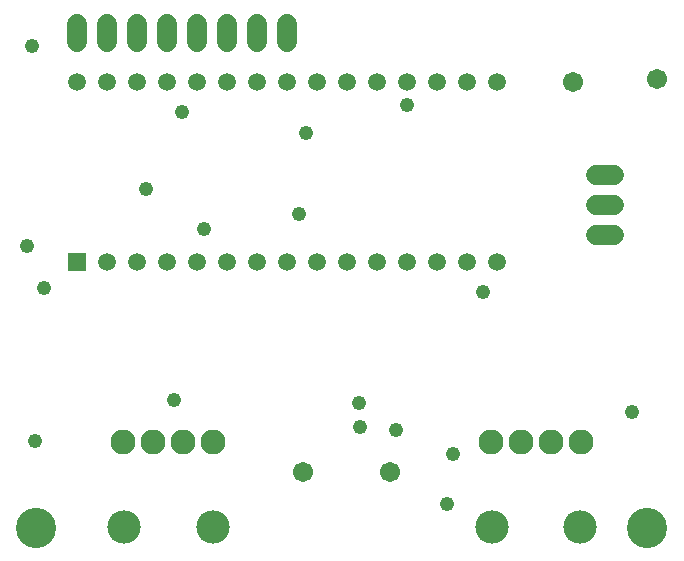
<source format=gbs>
G75*
%MOIN*%
%OFA0B0*%
%FSLAX25Y25*%
%IPPOS*%
%LPD*%
%AMOC8*
5,1,8,0,0,1.08239X$1,22.5*
%
%ADD10C,0.13400*%
%ADD11R,0.05950X0.05950*%
%ADD12C,0.05950*%
%ADD13C,0.06800*%
%ADD14C,0.08280*%
%ADD15C,0.11135*%
%ADD16C,0.04762*%
%ADD17C,0.06706*%
D10*
X0033000Y0048000D03*
X0236500Y0048000D03*
D11*
X0046500Y0136500D03*
D12*
X0056500Y0136500D03*
X0066500Y0136500D03*
X0076500Y0136500D03*
X0086500Y0136500D03*
X0096500Y0136500D03*
X0106500Y0136500D03*
X0116500Y0136500D03*
X0126500Y0136500D03*
X0136500Y0136500D03*
X0146500Y0136500D03*
X0156500Y0136500D03*
X0166500Y0136500D03*
X0176500Y0136500D03*
X0186500Y0136500D03*
X0186500Y0196500D03*
X0176500Y0196500D03*
X0166500Y0196500D03*
X0156500Y0196500D03*
X0146500Y0196500D03*
X0136500Y0196500D03*
X0126500Y0196500D03*
X0116500Y0196500D03*
X0106500Y0196500D03*
X0096500Y0196500D03*
X0086500Y0196500D03*
X0076500Y0196500D03*
X0066500Y0196500D03*
X0056500Y0196500D03*
X0046500Y0196500D03*
D13*
X0046500Y0210000D02*
X0046500Y0216000D01*
X0056500Y0216000D02*
X0056500Y0210000D01*
X0066500Y0210000D02*
X0066500Y0216000D01*
X0076500Y0216000D02*
X0076500Y0210000D01*
X0086500Y0210000D02*
X0086500Y0216000D01*
X0096500Y0216000D02*
X0096500Y0210000D01*
X0106500Y0210000D02*
X0106500Y0216000D01*
X0116500Y0216000D02*
X0116500Y0210000D01*
X0219500Y0165500D02*
X0225500Y0165500D01*
X0225500Y0155500D02*
X0219500Y0155500D01*
X0219500Y0145500D02*
X0225500Y0145500D01*
D14*
X0214500Y0076366D03*
X0204500Y0076366D03*
X0194500Y0076366D03*
X0184500Y0076366D03*
X0092000Y0076366D03*
X0082000Y0076366D03*
X0072000Y0076366D03*
X0062000Y0076366D03*
D15*
X0062236Y0048098D03*
X0091764Y0048098D03*
X0184736Y0048098D03*
X0214264Y0048098D03*
D16*
X0172000Y0072500D03*
X0153000Y0080500D03*
X0141000Y0081500D03*
X0140500Y0089500D03*
X0170000Y0056000D03*
X0231500Y0086500D03*
X0182000Y0126500D03*
X0120500Y0152500D03*
X0089000Y0147500D03*
X0069500Y0161000D03*
X0081500Y0186500D03*
X0123000Y0179500D03*
X0156500Y0189000D03*
X0035500Y0128000D03*
X0030000Y0142000D03*
X0079000Y0090500D03*
X0032500Y0077000D03*
X0031500Y0208500D03*
D17*
X0212000Y0196500D03*
X0240000Y0197500D03*
X0151000Y0066500D03*
X0122000Y0066500D03*
M02*

</source>
